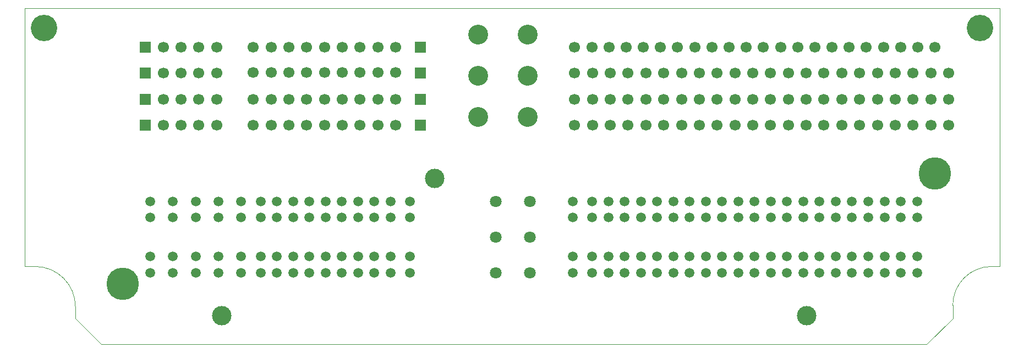
<source format=gts>
G04 #@! TF.GenerationSoftware,KiCad,Pcbnew,7.0.1*
G04 #@! TF.CreationDate,2023-07-17T17:48:43+03:00*
G04 #@! TF.ProjectId,284617-1,32383436-3137-42d3-912e-6b696361645f,R0.4*
G04 #@! TF.SameCoordinates,PX47868c0PY8bfd670*
G04 #@! TF.FileFunction,Soldermask,Top*
G04 #@! TF.FilePolarity,Negative*
%FSLAX46Y46*%
G04 Gerber Fmt 4.6, Leading zero omitted, Abs format (unit mm)*
G04 Created by KiCad (PCBNEW 7.0.1) date 2023-07-17 17:48:43*
%MOMM*%
%LPD*%
G01*
G04 APERTURE LIST*
%ADD10C,1.700000*%
%ADD11R,1.700000X1.700000*%
%ADD12C,3.064000*%
%ADD13C,4.064000*%
%ADD14C,5.000000*%
%ADD15C,3.000000*%
%ADD16C,1.500000*%
%ADD17C,1.800000*%
G04 #@! TA.AperFunction,Profile*
%ADD18C,0.100000*%
G04 #@! TD*
G04 APERTURE END LIST*
D10*
G04 #@! TO.C,P7*
X35160000Y45790000D03*
X37900000Y45790000D03*
X40640000Y45790000D03*
X43380000Y45790000D03*
X46120000Y45790000D03*
X48860000Y45790000D03*
X51600000Y45790000D03*
X54340000Y45790000D03*
X57080000Y45790000D03*
G04 #@! TD*
G04 #@! TO.C,P9*
X35160000Y41890000D03*
X37900000Y41890000D03*
X40640000Y41890000D03*
X43380000Y41890000D03*
X46120000Y41890000D03*
X48860000Y41890000D03*
X51600000Y41890000D03*
X54340000Y41890000D03*
X57080000Y41890000D03*
G04 #@! TD*
G04 #@! TO.C,P11*
X35160000Y37790000D03*
X37900000Y37790000D03*
X40640000Y37790000D03*
X43380000Y37790000D03*
X46120000Y37790000D03*
X48860000Y37790000D03*
X51600000Y37790000D03*
X54340000Y37790000D03*
X57080000Y37790000D03*
G04 #@! TD*
G04 #@! TO.C,P13*
X35160000Y33790000D03*
X37900000Y33790000D03*
X40640000Y33790000D03*
X43380000Y33790000D03*
X46120000Y33790000D03*
X48860000Y33790000D03*
X51600000Y33790000D03*
X54340000Y33790000D03*
X57080000Y33790000D03*
G04 #@! TD*
D11*
G04 #@! TO.C,P6*
X18580000Y45790000D03*
D10*
X21320000Y45790000D03*
X24060000Y45790000D03*
X26800000Y45790000D03*
X29540000Y45790000D03*
G04 #@! TD*
D11*
G04 #@! TO.C,P8*
X18580000Y41790000D03*
D10*
X21320000Y41790000D03*
X24060000Y41790000D03*
X26800000Y41790000D03*
X29540000Y41790000D03*
G04 #@! TD*
D11*
G04 #@! TO.C,P10*
X18580000Y37790000D03*
D10*
X21320000Y37790000D03*
X24060000Y37790000D03*
X26800000Y37790000D03*
X29540000Y37790000D03*
G04 #@! TD*
D11*
G04 #@! TO.C,P12*
X18580000Y33790000D03*
D10*
X21320000Y33790000D03*
X24060000Y33790000D03*
X26800000Y33790000D03*
X29540000Y33790000D03*
G04 #@! TD*
D12*
G04 #@! TO.C,P18*
X69780000Y47730000D03*
G04 #@! TD*
G04 #@! TO.C,P19*
X77400000Y47730000D03*
G04 #@! TD*
G04 #@! TO.C,P20*
X69780000Y41380000D03*
G04 #@! TD*
G04 #@! TO.C,P21*
X77400000Y41380000D03*
G04 #@! TD*
G04 #@! TO.C,P22*
X69780000Y35030000D03*
G04 #@! TD*
G04 #@! TO.C,P23*
X77400000Y35030000D03*
G04 #@! TD*
D11*
G04 #@! TO.C,P5*
X60890000Y33790000D03*
G04 #@! TD*
G04 #@! TO.C,P4*
X60890000Y37790000D03*
G04 #@! TD*
G04 #@! TO.C,P3*
X60890000Y41790000D03*
G04 #@! TD*
G04 #@! TO.C,P2*
X60890000Y45790000D03*
G04 #@! TD*
D10*
G04 #@! TO.C,P14*
X84620000Y45760000D03*
X87260000Y45760000D03*
X89900000Y45760000D03*
X92540000Y45760000D03*
X95180000Y45760000D03*
X97820000Y45760000D03*
X100460000Y45760000D03*
X103100000Y45760000D03*
X105740000Y45760000D03*
X108380000Y45760000D03*
X111020000Y45760000D03*
X113660000Y45760000D03*
X116300000Y45760000D03*
X118940000Y45760000D03*
X121580000Y45760000D03*
X124220000Y45760000D03*
X126860000Y45760000D03*
X129500000Y45760000D03*
X132140000Y45760000D03*
X134780000Y45760000D03*
X137420000Y45760000D03*
X140060000Y45760000D03*
G04 #@! TD*
G04 #@! TO.C,P17*
X84620000Y33790000D03*
X87360000Y33790000D03*
X90100000Y33790000D03*
X92840000Y33790000D03*
X95580000Y33790000D03*
X98320000Y33790000D03*
X101060000Y33790000D03*
X103800000Y33790000D03*
X106540000Y33790000D03*
X109280000Y33790000D03*
X112020000Y33790000D03*
X114760000Y33790000D03*
X117500000Y33790000D03*
X120240000Y33790000D03*
X122980000Y33790000D03*
X125720000Y33790000D03*
X128460000Y33790000D03*
X131200000Y33790000D03*
X133940000Y33790000D03*
X136680000Y33790000D03*
X139420000Y33790000D03*
X142160000Y33790000D03*
G04 #@! TD*
G04 #@! TO.C,P16*
X84620000Y37760000D03*
X87360000Y37760000D03*
X90100000Y37760000D03*
X92840000Y37760000D03*
X95580000Y37760000D03*
X98320000Y37760000D03*
X101060000Y37760000D03*
X103800000Y37760000D03*
X106540000Y37760000D03*
X109280000Y37760000D03*
X112020000Y37760000D03*
X114760000Y37760000D03*
X117500000Y37760000D03*
X120240000Y37760000D03*
X122980000Y37760000D03*
X125720000Y37760000D03*
X128460000Y37760000D03*
X131200000Y37760000D03*
X133940000Y37760000D03*
X136680000Y37760000D03*
X139420000Y37760000D03*
X142160000Y37760000D03*
G04 #@! TD*
G04 #@! TO.C,P15*
X84620000Y41790000D03*
X87360000Y41790000D03*
X90100000Y41790000D03*
X92840000Y41790000D03*
X95580000Y41790000D03*
X98320000Y41790000D03*
X101060000Y41790000D03*
X103800000Y41790000D03*
X106540000Y41790000D03*
X109280000Y41790000D03*
X112020000Y41790000D03*
X114760000Y41790000D03*
X117500000Y41790000D03*
X120240000Y41790000D03*
X122980000Y41790000D03*
X125720000Y41790000D03*
X128460000Y41790000D03*
X131200000Y41790000D03*
X133940000Y41790000D03*
X136680000Y41790000D03*
X139420000Y41790000D03*
X142160000Y41790000D03*
G04 #@! TD*
D13*
G04 #@! TO.C,P25*
X3000000Y48790000D03*
G04 #@! TD*
G04 #@! TO.C,P24*
X147000000Y48790000D03*
G04 #@! TD*
D14*
G04 #@! TO.C,P1*
X15050000Y9290000D03*
D15*
X30300000Y4440000D03*
X63100000Y25540000D03*
X120300000Y4440000D03*
D14*
X140050000Y26290000D03*
D16*
X19300000Y11040000D03*
X22800000Y11040000D03*
X26300000Y11040000D03*
X29800000Y11040000D03*
X33300000Y11040000D03*
X36300000Y11040000D03*
X38800000Y11040000D03*
X41300000Y11040000D03*
X43800000Y11040000D03*
X46300000Y11040000D03*
X48800000Y11040000D03*
X51300000Y11040000D03*
X53800000Y11040000D03*
X56300000Y11040000D03*
X59300000Y11040000D03*
X19300000Y13540000D03*
X22800000Y13540000D03*
X26300000Y13540000D03*
X29800000Y13540000D03*
X33300000Y13540000D03*
X36300000Y13540000D03*
X38800000Y13540000D03*
X41300000Y13540000D03*
X43800000Y13540000D03*
X46300000Y13540000D03*
X48800000Y13540000D03*
X51300000Y13540000D03*
X53800000Y13540000D03*
X56300000Y13540000D03*
X59300000Y13540000D03*
X19300000Y19540000D03*
X22800000Y19540000D03*
X26300000Y19540000D03*
X29800000Y19540000D03*
X33300000Y19540000D03*
X36300000Y19540000D03*
X38800000Y19540000D03*
X41300000Y19540000D03*
X43800000Y19540000D03*
X46300000Y19540000D03*
X48800000Y19540000D03*
X51300000Y19540000D03*
X53800000Y19540000D03*
X56300000Y19540000D03*
X59300000Y19540000D03*
X19300000Y22040000D03*
X22800000Y22040000D03*
X26300000Y22040000D03*
X29800000Y22040000D03*
X33300000Y22040000D03*
X36300000Y22040000D03*
X38800000Y22040000D03*
X41300000Y22040000D03*
X43800000Y22040000D03*
X46300000Y22040000D03*
X48800000Y22040000D03*
X51300000Y22040000D03*
X53800000Y22040000D03*
X56300000Y22040000D03*
X59300000Y22040000D03*
D17*
X72500000Y11040000D03*
X77700000Y11040000D03*
X72500000Y16540000D03*
X77700000Y16540000D03*
X72500000Y22040000D03*
X77700000Y22040000D03*
D16*
X84300000Y11040000D03*
X87300000Y11040000D03*
X89800000Y11040000D03*
X92300000Y11040000D03*
X94800000Y11040000D03*
X97300000Y11040000D03*
X99800000Y11040000D03*
X102300000Y11040000D03*
X104800000Y11040000D03*
X107300000Y11040000D03*
X109800000Y11040000D03*
X112300000Y11040000D03*
X114800000Y11040000D03*
X117300000Y11040000D03*
X119800000Y11040000D03*
X122300000Y11040000D03*
X124800000Y11040000D03*
X127300000Y11040000D03*
X129800000Y11040000D03*
X132300000Y11040000D03*
X134800000Y11040000D03*
X137300000Y11040000D03*
X84300000Y13540000D03*
X87300000Y13540000D03*
X89800000Y13540000D03*
X92300000Y13540000D03*
X94800000Y13540000D03*
X97300000Y13540000D03*
X99800000Y13540000D03*
X102300000Y13540000D03*
X104800000Y13540000D03*
X107300000Y13540000D03*
X109800000Y13540000D03*
X112300000Y13540000D03*
X114800000Y13540000D03*
X117300000Y13540000D03*
X119800000Y13540000D03*
X122300000Y13540000D03*
X124800000Y13540000D03*
X127300000Y13540000D03*
X129800000Y13540000D03*
X132300000Y13540000D03*
X134800000Y13540000D03*
X137300000Y13540000D03*
X84300000Y19540000D03*
X87300000Y19540000D03*
X89800000Y19540000D03*
X92300000Y19540000D03*
X94800000Y19540000D03*
X97300000Y19540000D03*
X99800000Y19540000D03*
X102300000Y19540000D03*
X104800000Y19540000D03*
X107300000Y19540000D03*
X109800000Y19540000D03*
X112300000Y19540000D03*
X114800000Y19540000D03*
X117300000Y19540000D03*
X119800000Y19540000D03*
X122300000Y19540000D03*
X124800000Y19540000D03*
X127300000Y19540000D03*
X129800000Y19540000D03*
X132300000Y19540000D03*
X134800000Y19540000D03*
X137300000Y19540000D03*
X84300000Y22040000D03*
X87300000Y22040000D03*
X89800000Y22040000D03*
X92300000Y22040000D03*
X94800000Y22040000D03*
X97300000Y22040000D03*
X99800000Y22040000D03*
X102300000Y22040000D03*
X104800000Y22040000D03*
X107300000Y22040000D03*
X109800000Y22040000D03*
X112300000Y22040000D03*
X114800000Y22040000D03*
X117300000Y22040000D03*
X119800000Y22040000D03*
X122300000Y22040000D03*
X124800000Y22040000D03*
X127300000Y22040000D03*
X129800000Y22040000D03*
X132300000Y22040000D03*
X134800000Y22040000D03*
X137300000Y22040000D03*
G04 #@! TD*
D18*
X138800000Y-10000D02*
X142800000Y3990000D01*
X150000000Y51790000D02*
X150000000Y11990000D01*
X7800000Y5790000D02*
G75*
G03*
X1600000Y11990000I-6200000J0D01*
G01*
X7800000Y3990000D02*
X11800000Y-10000D01*
X142800000Y3990000D02*
X142800000Y5990000D01*
X148800000Y11990000D02*
X150000000Y11990000D01*
X0Y11990000D02*
X1600000Y11990000D01*
X148800000Y11990000D02*
G75*
G03*
X142800000Y5990000I0J-6000000D01*
G01*
X0Y11990000D02*
X0Y51790000D01*
X11800000Y-10000D02*
X138800000Y-10000D01*
X0Y51790000D02*
X150000000Y51790000D01*
X7800000Y3990000D02*
X7800000Y5790000D01*
M02*

</source>
